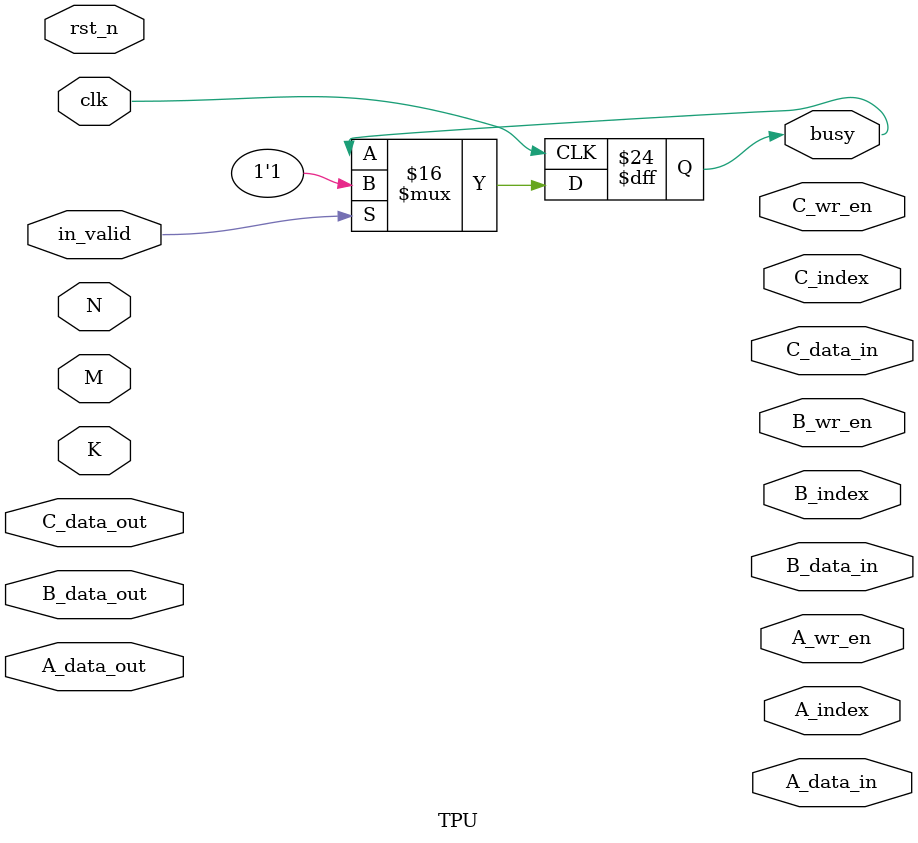
<source format=v>

module TPU(
    clk,
    rst_n,

    in_valid,
    K,
    M,
    N,
    busy,

    A_wr_en,
    A_index,
    A_data_in,
    A_data_out,

    B_wr_en,
    B_index,
    B_data_in,
    B_data_out,

    C_wr_en,
    C_index,
    C_data_in,
    C_data_out
);


input clk;
input rst_n;
input            in_valid;
input [7:0]      K;
input [7:0]      M;
input [7:0]      N;
output  reg      busy;

output           A_wr_en;
output [15:0]    A_index;
output [31:0]    A_data_in;
input  [31:0]    A_data_out;

output           B_wr_en;
output [15:0]    B_index;
output [31:0]    B_data_in;
input  [31:0]    B_data_out;

output           C_wr_en;
output [15:0]    C_index;
output [127:0]   C_data_in;
input  [127:0]   C_data_out;



//* Implement your design here

reg [7:0]K_reg;
reg [7:0]M_reg;
reg [7:0]N_reg;

reg [15:0]counter;

always @(posedge clk) begin
  if (~rst_n) begin
    busy <= 0;
    counter <= 0;
  end
  else if (counter <=0) begin
    
  end
  if (in_valid) begin
    busy = 1;
  end



end

always @(posedge clk) begin
  if (in_valid) begin
    K_reg <= K;
    M_reg <= M;
    N_reg <= N;
    counter <= K*M+1;

  end



end


endmodule

</source>
